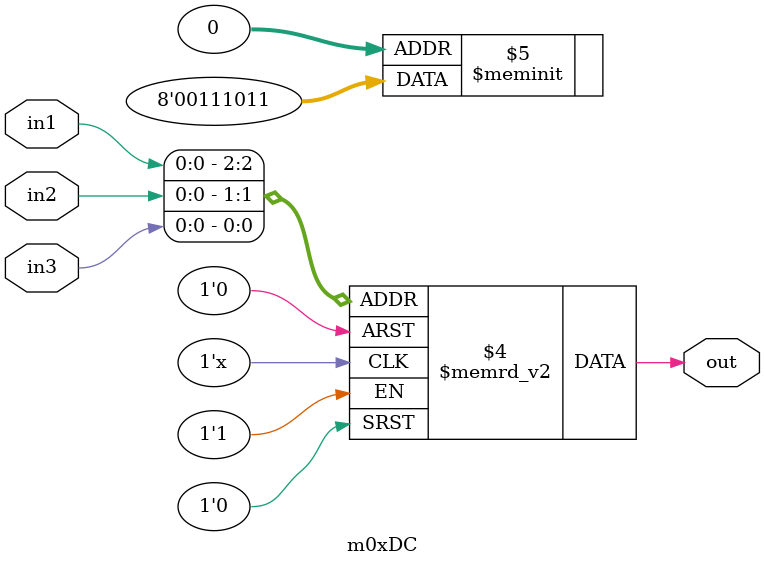
<source format=v>
module m0xDC(output out, input in1, in2, in3);

   always @(in1, in2, in3)
     begin
        case({in1, in2, in3})
          3'b000: {out} = 1'b1;
          3'b001: {out} = 1'b1;
          3'b010: {out} = 1'b0;
          3'b011: {out} = 1'b1;
          3'b100: {out} = 1'b1;
          3'b101: {out} = 1'b1;
          3'b110: {out} = 1'b0;
          3'b111: {out} = 1'b0;
        endcase // case ({in1, in2, in3})
     end // always @ (in1, in2, in3)

endmodule // m0xDC
</source>
